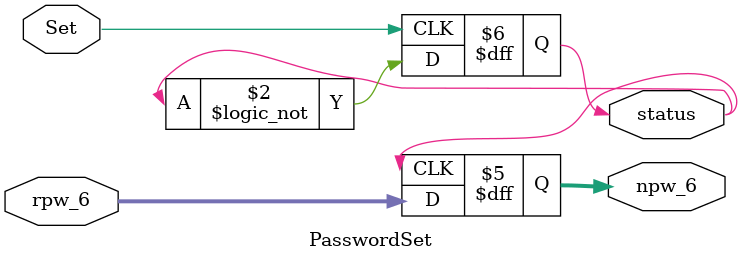
<source format=v>
`timescale 1ns / 1ps

//ÃÜÂëÉèÖÃÄ£¿é
//ÊäÈëÒªÉèÖÃµÄÐÂÃÜÂë¡¢ÉèÖÃÐÅºÅ£¬Êä³öÉèÖÃºóÐÂÃÜÂë¼°ÉèÖÃ×´Ì¬ÐÅºÅ
module PasswordSet(
    input [5:0] rpw_6,
    input Set,
    output reg [5:0] npw_6,
    output reg status
    );
//³õÊ¼»¯
initial
begin
    npw_6 = 6'b000000;
    status = 1'b0;
end
//½øÈë\ÍË³öÃÜÂëÉèÖÃ×´Ì¬
always @(posedge Set)
begin
    status = !status;
end
//ÉèÖÃÃÜÂë
always @(negedge status)
begin
    npw_6 = rpw_6;
end
endmodule

</source>
